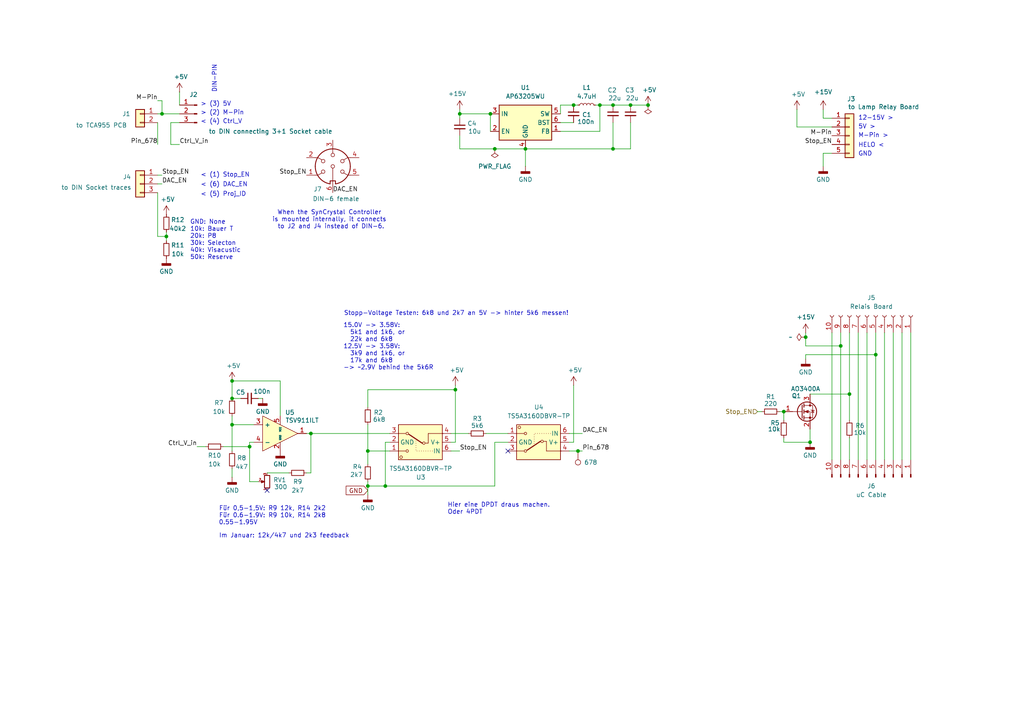
<source format=kicad_sch>
(kicad_sch (version 20231120) (generator "eeschema") (generator_version "8.0")
  (paper "A4")
  (title_block (title "SynCrystal Projector Board T610/T525") (date "2025-02-11") (rev "Rev.A") (company "filmkorn.org") (comment 1 "Friedemann Wachsmuth"))
  (lib_symbols
    (symbol "Connector:Conn_01x03_Pin" (pin_names (offset 1.016) hide)
      (property "Reference" "J" (at 0 5.08 0))
      (property "Value" "Conn_01x03_Pin" (at 0 -5.08 0))
      (symbol "Conn_01x03_Pin_1_1"
        (polyline (pts (xy 1.27 -2.54) (xy 0.8636 -2.54)) (stroke (width 0.1524)))
        (polyline (pts (xy 1.27 0) (xy 0.8636 0)) (stroke (width 0.1524)))
        (polyline (pts (xy 1.27 2.54) (xy 0.8636 2.54)) (stroke (width 0.1524)))
        (rectangle (start 0.8636 -2.413) (end 0 -2.667) (stroke (width 0.1524)) (fill (type outline)))
        (rectangle (start 0.8636 0.127) (end 0 -0.127) (stroke (width 0.1524)) (fill (type outline)))
        (rectangle (start 0.8636 2.667) (end 0 2.413) (stroke (width 0.1524)) (fill (type outline)))
        (pin passive line (at 5.08 2.54 180) (length 3.81) (name "Pin_1") (number "1"))
        (pin passive line (at 5.08 0 180) (length 3.81) (name "Pin_2") (number "2"))
        (pin passive line (at 5.08 -2.54 180) (length 3.81) (name "Pin_3") (number "3"))
      )
    )
    (symbol "Connector:Conn_01x10_Pin" (pin_names (offset 1.016) hide)
      (property "Reference" "J" (at 0 12.7 0))
      (property "Value" "Conn_01x10_Pin" (at 0 -15.24 0))
      (symbol "Conn_01x10_Pin_1_1"
        (polyline (pts (xy 1.27 -12.7) (xy 0.8636 -12.7)) (stroke (width 0.1524)))
        (polyline (pts (xy 1.27 -10.16) (xy 0.8636 -10.16)) (stroke (width 0.1524)))
        (polyline (pts (xy 1.27 -7.62) (xy 0.8636 -7.62)) (stroke (width 0.1524)))
        (polyline (pts (xy 1.27 -5.08) (xy 0.8636 -5.08)) (stroke (width 0.1524)))
        (polyline (pts (xy 1.27 -2.54) (xy 0.8636 -2.54)) (stroke (width 0.1524)))
        (polyline (pts (xy 1.27 0) (xy 0.8636 0)) (stroke (width 0.1524)))
        (polyline (pts (xy 1.27 2.54) (xy 0.8636 2.54)) (stroke (width 0.1524)))
        (polyline (pts (xy 1.27 5.08) (xy 0.8636 5.08)) (stroke (width 0.1524)))
        (polyline (pts (xy 1.27 7.62) (xy 0.8636 7.62)) (stroke (width 0.1524)))
        (polyline (pts (xy 1.27 10.16) (xy 0.8636 10.16)) (stroke (width 0.1524)))
        (rectangle (start 0.8636 -12.573) (end 0 -12.827) (stroke (width 0.1524)) (fill (type outline)))
        (rectangle (start 0.8636 -10.033) (end 0 -10.287) (stroke (width 0.1524)) (fill (type outline)))
        (rectangle (start 0.8636 -7.493) (end 0 -7.747) (stroke (width 0.1524)) (fill (type outline)))
        (rectangle (start 0.8636 -4.953) (end 0 -5.207) (stroke (width 0.1524)) (fill (type outline)))
        (rectangle (start 0.8636 -2.413) (end 0 -2.667) (stroke (width 0.1524)) (fill (type outline)))
        (rectangle (start 0.8636 0.127) (end 0 -0.127) (stroke (width 0.1524)) (fill (type outline)))
        (rectangle (start 0.8636 2.667) (end 0 2.413) (stroke (width 0.1524)) (fill (type outline)))
        (rectangle (start 0.8636 5.207) (end 0 4.953) (stroke (width 0.1524)) (fill (type outline)))
        (rectangle (start 0.8636 7.747) (end 0 7.493) (stroke (width 0.1524)) (fill (type outline)))
        (rectangle (start 0.8636 10.287) (end 0 10.033) (stroke (width 0.1524)) (fill (type outline)))
        (pin passive line (at 5.08 10.16 180) (length 3.81) (name "Pin_1") (number "1"))
        (pin passive line (at 5.08 -12.7 180) (length 3.81) (name "Pin_10") (number "10"))
        (pin passive line (at 5.08 7.62 180) (length 3.81) (name "Pin_2") (number "2"))
        (pin passive line (at 5.08 5.08 180) (length 3.81) (name "Pin_3") (number "3"))
        (pin passive line (at 5.08 2.54 180) (length 3.81) (name "Pin_4") (number "4"))
        (pin passive line (at 5.08 0 180) (length 3.81) (name "Pin_5") (number "5"))
        (pin passive line (at 5.08 -2.54 180) (length 3.81) (name "Pin_6") (number "6"))
        (pin passive line (at 5.08 -5.08 180) (length 3.81) (name "Pin_7") (number "7"))
        (pin passive line (at 5.08 -7.62 180) (length 3.81) (name "Pin_8") (number "8"))
        (pin passive line (at 5.08 -10.16 180) (length 3.81) (name "Pin_9") (number "9"))
      )
    )
    (symbol "Connector:Conn_01x10_Socket" (pin_names (offset 1.016) hide)
      (property "Reference" "J" (at 0 12.7 0))
      (property "Value" "Conn_01x10_Socket" (at 0 -15.24 0))
      (symbol "Conn_01x10_Socket_1_1"
        (arc (start 0 -12.192) (mid -0.5058 -12.7) (end 0 -13.208) (stroke (width 0.1524)))
        (arc (start 0 -9.652) (mid -0.5058 -10.16) (end 0 -10.668) (stroke (width 0.1524)))
        (arc (start 0 -7.112) (mid -0.5058 -7.62) (end 0 -8.128) (stroke (width 0.1524)))
        (arc (start 0 -4.572) (mid -0.5058 -5.08) (end 0 -5.588) (stroke (width 0.1524)))
        (arc (start 0 -2.032) (mid -0.5058 -2.54) (end 0 -3.048) (stroke (width 0.1524)))
        (polyline (pts (xy -1.27 -12.7) (xy -0.508 -12.7)) (stroke (width 0.1524)))
        (polyline (pts (xy -1.27 -10.16) (xy -0.508 -10.16)) (stroke (width 0.1524)))
        (polyline (pts (xy -1.27 -7.62) (xy -0.508 -7.62)) (stroke (width 0.1524)))
        (polyline (pts (xy -1.27 -5.08) (xy -0.508 -5.08)) (stroke (width 0.1524)))
        (polyline (pts (xy -1.27 -2.54) (xy -0.508 -2.54)) (stroke (width 0.1524)))
        (polyline (pts (xy -1.27 0) (xy -0.508 0)) (stroke (width 0.1524)))
        (polyline (pts (xy -1.27 2.54) (xy -0.508 2.54)) (stroke (width 0.1524)))
        (polyline (pts (xy -1.27 5.08) (xy -0.508 5.08)) (stroke (width 0.1524)))
        (polyline (pts (xy -1.27 7.62) (xy -0.508 7.62)) (stroke (width 0.1524)))
        (polyline (pts (xy -1.27 10.16) (xy -0.508 10.16)) (stroke (width 0.1524)))
        (arc (start 0 0.508) (mid -0.5058 0) (end 0 -0.508) (stroke (width 0.1524)))
        (arc (start 0 3.048) (mid -0.5058 2.54) (end 0 2.032) (stroke (width 0.1524)))
        (arc (start 0 5.588) (mid -0.5058 5.08) (end 0 4.572) (stroke (width 0.1524)))
        (arc (start 0 8.128) (mid -0.5058 7.62) (end 0 7.112) (stroke (width 0.1524)))
        (arc (start 0 10.668) (mid -0.5058 10.16) (end 0 9.652) (stroke (width 0.1524)))
        (pin passive line (at -5.08 10.16 0) (length 3.81) (name "Pin_1") (number "1"))
        (pin passive line (at -5.08 -12.7 0) (length 3.81) (name "Pin_10") (number "10"))
        (pin passive line (at -5.08 7.62 0) (length 3.81) (name "Pin_2") (number "2"))
        (pin passive line (at -5.08 5.08 0) (length 3.81) (name "Pin_3") (number "3"))
        (pin passive line (at -5.08 2.54 0) (length 3.81) (name "Pin_4") (number "4"))
        (pin passive line (at -5.08 0 0) (length 3.81) (name "Pin_5") (number "5"))
        (pin passive line (at -5.08 -2.54 0) (length 3.81) (name "Pin_6") (number "6"))
        (pin passive line (at -5.08 -5.08 0) (length 3.81) (name "Pin_7") (number "7"))
        (pin passive line (at -5.08 -7.62 0) (length 3.81) (name "Pin_8") (number "8"))
        (pin passive line (at -5.08 -10.16 0) (length 3.81) (name "Pin_9") (number "9"))
      )
    )
    (symbol "Connector:DIN-6" (pin_names (offset 1.016))
      (property "Reference" "J" (at 3.175 5.715 0))
      (property "Value" "DIN-6" (at 4.445 -4.445 0))
      (symbol "DIN-6_0_1"
        (arc (start -5.08 0) (mid -3.8609 -3.3364) (end -0.762 -5.08) (stroke (width 0.254)))
        (circle (center -2.794 -1.524) (radius 0.508))
        (circle (center -2.794 1.524) (radius 0.508))
        (polyline (pts (xy 0 -5.08) (xy 0 -0.508)))
        (polyline (pts (xy 0 5.08) (xy 0 3.81)))
        (polyline (pts (xy -5.08 -2.54) (xy -4.318 -2.54) (xy -3.175 -1.905)))
        (polyline (pts (xy -5.08 2.54) (xy -4.318 2.54) (xy -3.175 1.905)))
        (polyline (pts (xy 5.08 -2.54) (xy 4.318 -2.54) (xy 3.175 -1.905)))
        (polyline (pts (xy 5.08 2.54) (xy 4.318 2.54) (xy 3.175 1.905)))
        (polyline (pts (xy -0.762 -4.953) (xy -0.762 -4.191) (xy 0.762 -4.191) (xy 0.762 -4.953)) (stroke (width 0.254)))
        (circle (center 0 0) (radius 0.508))
        (circle (center 0 3.302) (radius 0.508))
        (arc (start 0.762 -5.08) (mid 3.8685 -3.343) (end 5.08 0) (stroke (width 0.254)))
        (circle (center 2.794 -1.524) (radius 0.508))
        (circle (center 2.794 1.524) (radius 0.508))
        (arc (start 5.08 0) (mid 0 5.0579) (end -5.08 0) (stroke (width 0.254)))
      )
      (symbol "DIN-6_1_1"
        (pin passive line (at -7.62 -2.54 0) (length 2.54) (name "~") (number "1"))
        (pin passive line (at -7.62 2.54 0) (length 2.54) (name "~") (number "2"))
        (pin passive line (at 0 7.62 270) (length 2.54) (name "~") (number "3"))
        (pin passive line (at 7.62 2.54 180) (length 2.54) (name "~") (number "4"))
        (pin passive line (at 7.62 -2.54 180) (length 2.54) (name "~") (number "5"))
        (pin passive line (at 0 -7.62 90) (length 2.54) (name "~") (number "6"))
      )
    )
    (symbol "Connector_Generic:Conn_01x02" (pin_names (offset 1.016) hide)
      (property "Reference" "J" (at 0 2.54 0))
      (property "Value" "Conn_01x02" (at 0 -5.08 0))
      (symbol "Conn_01x02_1_1"
        (rectangle (start -1.27 -2.413) (end 0 -2.667) (stroke (width 0.1524)))
        (rectangle (start -1.27 0.127) (end 0 -0.127) (stroke (width 0.1524)))
        (rectangle (start -1.27 1.27) (end 1.27 -3.81) (stroke (width 0.254)) (fill (type background)))
        (pin passive line (at -5.08 0 0) (length 3.81) (name "Pin_1") (number "1"))
        (pin passive line (at -5.08 -2.54 0) (length 3.81) (name "Pin_2") (number "2"))
      )
    )
    (symbol "Connector_Generic:Conn_01x03" (pin_names (offset 1.016) hide)
      (property "Reference" "J" (at 0 5.08 0))
      (property "Value" "Conn_01x03" (at 0 -5.08 0))
      (symbol "Conn_01x03_1_1"
        (rectangle (start -1.27 -2.413) (end 0 -2.667) (stroke (width 0.1524)))
        (rectangle (start -1.27 0.127) (end 0 -0.127) (stroke (width 0.1524)))
        (rectangle (start -1.27 2.667) (end 0 2.413) (stroke (width 0.1524)))
        (rectangle (start -1.27 3.81) (end 1.27 -3.81) (stroke (width 0.254)) (fill (type background)))
        (pin passive line (at -5.08 2.54 0) (length 3.81) (name "Pin_1") (number "1"))
        (pin passive line (at -5.08 0 0) (length 3.81) (name "Pin_2") (number "2"))
        (pin passive line (at -5.08 -2.54 0) (length 3.81) (name "Pin_3") (number "3"))
      )
    )
    (symbol "Connector_Generic:Conn_01x05" (pin_names (offset 1.016) hide)
      (property "Reference" "J" (at 0 7.62 0))
      (property "Value" "Conn_01x05" (at 0 -7.62 0))
      (symbol "Conn_01x05_1_1"
        (rectangle (start -1.27 -4.953) (end 0 -5.207) (stroke (width 0.1524)))
        (rectangle (start -1.27 -2.413) (end 0 -2.667) (stroke (width 0.1524)))
        (rectangle (start -1.27 0.127) (end 0 -0.127) (stroke (width 0.1524)))
        (rectangle (start -1.27 2.667) (end 0 2.413) (stroke (width 0.1524)))
        (rectangle (start -1.27 5.207) (end 0 4.953) (stroke (width 0.1524)))
        (rectangle (start -1.27 6.35) (end 1.27 -6.35) (stroke (width 0.254)) (fill (type background)))
        (pin passive line (at -5.08 5.08 0) (length 3.81) (name "Pin_1") (number "1"))
        (pin passive line (at -5.08 2.54 0) (length 3.81) (name "Pin_2") (number "2"))
        (pin passive line (at -5.08 0 0) (length 3.81) (name "Pin_3") (number "3"))
        (pin passive line (at -5.08 -2.54 0) (length 3.81) (name "Pin_4") (number "4"))
        (pin passive line (at -5.08 -5.08 0) (length 3.81) (name "Pin_5") (number "5"))
      )
    )
    (symbol "Device:C_Small" (pin_numbers hide) (pin_names (offset 0.254) hide)
      (property "Reference" "C" (at 0.254 1.778 0))
      (property "Value" "C_Small" (at 0.254 -2.032 0))
      (symbol "C_Small_0_1"
        (polyline (pts (xy -1.524 -0.508) (xy 1.524 -0.508)) (stroke (width 0.3302)))
        (polyline (pts (xy -1.524 0.508) (xy 1.524 0.508)) (stroke (width 0.3048)))
      )
      (symbol "C_Small_1_1"
        (pin passive line (at 0 2.54 270) (length 2.032) (name "~") (number "1"))
        (pin passive line (at 0 -2.54 90) (length 2.032) (name "~") (number "2"))
      )
    )
    (symbol "Device:L_Small" (pin_numbers hide) (pin_names (offset 0.254) hide)
      (property "Reference" "L" (at 0.762 1.016 0))
      (property "Value" "L_Small" (at 0.762 -1.016 0))
      (symbol "L_Small_0_1"
        (arc (start 0 -2.032) (mid 0.5058 -1.524) (end 0 -1.016))
        (arc (start 0 -1.016) (mid 0.5058 -0.508) (end 0 0))
        (arc (start 0 0) (mid 0.5058 0.508) (end 0 1.016))
        (arc (start 0 1.016) (mid 0.5058 1.524) (end 0 2.032))
      )
      (symbol "L_Small_1_1"
        (pin passive line (at 0 2.54 270) (length 0.508) (name "~") (number "1"))
        (pin passive line (at 0 -2.54 90) (length 0.508) (name "~") (number "2"))
      )
    )
    (symbol "Device:R_Potentiometer_Small" (pin_names (offset 1.016) hide)
      (property "Reference" "RV" (at -4.445 0 90))
      (property "Value" "R_Potentiometer_Small" (at -2.54 0 90))
      (symbol "R_Potentiometer_Small_0_1"
        (polyline (pts (xy 0.889 0) (xy 0.635 0) (xy 1.651 0.381) (xy 1.651 -0.381) (xy 0.635 0) (xy 0.889 0)) (fill (type outline)))
        (rectangle (start 0.762 1.8034) (end -0.762 -1.8034) (stroke (width 0.254)))
      )
      (symbol "R_Potentiometer_Small_1_1"
        (pin passive line (at 0 2.54 270) (length 0.635) (name "1") (number "1"))
        (pin passive line (at 2.54 0 180) (length 0.9906) (name "2") (number "2"))
        (pin passive line (at 0 -2.54 90) (length 0.635) (name "3") (number "3"))
      )
    )
    (symbol "Device:R_Small" (pin_numbers hide) (pin_names (offset 0.254) hide)
      (property "Reference" "R" (at 0.762 0.508 0))
      (property "Value" "R_Small" (at 0.762 -1.016 0))
      (symbol "R_Small_0_1"
        (rectangle (start -0.762 1.778) (end 0.762 -1.778) (stroke (width 0.2032)))
      )
      (symbol "R_Small_1_1"
        (pin passive line (at 0 2.54 270) (length 0.762) (name "~") (number "1"))
        (pin passive line (at 0 -2.54 90) (length 0.762) (name "~") (number "2"))
      )
    )
    (symbol "Peacemans Teile:TestPoint_named" (pin_numbers hide) (pin_names (offset 0.762) hide)
      (symbol "TestPoint_named_0_1"
        (circle (center 0 3.302) (radius 0.762))
      )
      (symbol "TestPoint_named_1_1"
        (pin passive line (at 0 0 90) (length 2.54) (name "1") (number "1"))
      )
    )
    (symbol "Regulator_Switching:AP63205WU"
      (property "Reference" "U" (at -7.62 6.35 0))
      (property "Value" "AP63205WU" (at 2.54 6.35 0))
      (symbol "AP63205WU_0_1"
        (rectangle (start -7.62 5.08) (end 7.62 -5.08) (stroke (width 0.254)) (fill (type background)))
      )
      (symbol "AP63205WU_1_1"
        (pin input line (at 10.16 -2.54 180) (length 2.54) (name "FB") (number "1"))
        (pin input line (at -10.16 -2.54 0) (length 2.54) (name "EN") (number "2"))
        (pin power_in line (at -10.16 2.54 0) (length 2.54) (name "IN") (number "3"))
        (pin power_in line (at 0 -7.62 90) (length 2.54) (name "GND") (number "4"))
        (pin output line (at 10.16 2.54 180) (length 2.54) (name "SW") (number "5"))
        (pin passive line (at 10.16 0 180) (length 2.54) (name "BST") (number "6"))
      )
    )
    (symbol "Transistor_FET:AO3400A" (pin_names hide)
      (property "Reference" "Q" (at 5.08 1.905 0))
      (property "Value" "AO3400A" (at 5.08 0 0))
      (symbol "AO3400A_0_1"
        (polyline (pts (xy 0.254 0) (xy -2.54 0)))
        (polyline (pts (xy 0.254 1.905) (xy 0.254 -1.905)) (stroke (width 0.254)))
        (polyline (pts (xy 0.762 -1.27) (xy 0.762 -2.286)) (stroke (width 0.254)))
        (polyline (pts (xy 0.762 0.508) (xy 0.762 -0.508)) (stroke (width 0.254)))
        (polyline (pts (xy 0.762 2.286) (xy 0.762 1.27)) (stroke (width 0.254)))
        (polyline (pts (xy 2.54 2.54) (xy 2.54 1.778)))
        (polyline (pts (xy 2.54 -2.54) (xy 2.54 0) (xy 0.762 0)))
        (polyline (pts (xy 0.762 -1.778) (xy 3.302 -1.778) (xy 3.302 1.778) (xy 0.762 1.778)))
        (polyline (pts (xy 1.016 0) (xy 2.032 0.381) (xy 2.032 -0.381) (xy 1.016 0)) (fill (type outline)))
        (polyline (pts (xy 2.794 0.508) (xy 2.921 0.381) (xy 3.683 0.381) (xy 3.81 0.254)))
        (polyline (pts (xy 3.302 0.381) (xy 2.921 -0.254) (xy 3.683 -0.254) (xy 3.302 0.381)))
        (circle (center 1.651 0) (radius 2.794) (stroke (width 0.254)))
        (circle (center 2.54 -1.778) (radius 0.254) (fill (type outline)))
        (circle (center 2.54 1.778) (radius 0.254) (fill (type outline)))
      )
      (symbol "AO3400A_1_1"
        (pin input line (at -5.08 0 0) (length 2.54) (name "G") (number "1"))
        (pin passive line (at 2.54 -5.08 90) (length 2.54) (name "S") (number "2"))
        (pin passive line (at 2.54 5.08 270) (length 2.54) (name "D") (number "3"))
      )
    )
    (symbol "easyEDA:TS5A3160DBVR-TP_nicer"
      (property "Reference" "U" (at 0 7.62 0))
      (property "Value" "TS5A3160DBVR-TP" (at 1.27 -7.62 0))
      (symbol "TS5A3160DBVR-TP_nicer_0_1"
        (circle (center -5.588 4.318) (radius 0.38))
        (pin power_in line (at -8.89 0 0) (length 2.54) (name "GND") (number "2"))
        (pin power_in line (at 8.89 0 180) (length 2.54) (name "V+") (number "5"))
        (pin input line (at 8.89 2.54 180) (length 2.54) (name "IN") (number "6"))
      )
      (symbol "TS5A3160DBVR-TP_nicer_1_1"
        (rectangle (start -6.35 5.08) (end 6.35 -5.08) (stroke (width 0.2)) (fill (type background)))
        (circle (center -3.81 -2.54) (radius 0.3592))
        (circle (center -3.81 2.54) (radius 0.3592))
        (polyline (pts (xy -6.35 -2.54) (xy -4.318 -2.54)))
        (polyline (pts (xy -6.35 2.54) (xy -4.318 2.54)))
        (polyline (pts (xy 0.508 0.254) (xy -3.302 -2.286)) (stroke (width 0.3)))
        (polyline (pts (xy 2.286 -2.54) (xy 2.286 0.254)))
        (polyline (pts (xy 2.286 0.254) (xy 1.524 0.254)))
        (polyline (pts (xy 6.604 -2.54) (xy 2.286 -2.54)))
        (polyline (pts (xy -1.27 -1.016) (xy -1.27 2.54) (xy 3.81 2.54)) (stroke (width 0) (type dot)))
        (circle (center 1.016 0.254) (radius 0.3592))
        (pin bidirectional line (at -8.89 2.54 0) (length 2.54) (name "") (number "1"))
        (pin bidirectional line (at -8.89 -2.54 0) (length 2.54) (name "") (number "3"))
        (pin bidirectional line (at 8.89 -2.54 180) (length 2.54) (name "") (number "4"))
      )
    )
    (symbol "easyEDA:TSV911ILT"
      (property "Reference" "U" (at 0 15.24 0))
      (property "Value" "TSV911ILT" (at -1.27 -8.89 0))
      (symbol "TSV911ILT_0_1"
        (polyline (pts (xy -5.08 -5.08) (xy 5.08 0) (xy -5.08 5.08) (xy -5.08 -5.08)) (fill (type background)))
        (pin output line (at 7.62 0 180) (length 2.54) (name "~") (number "1"))
        (pin input line (at -7.62 2.54 0) (length 2.54) (name "+") (number "3"))
        (pin input line (at -7.62 -2.54 0) (length 2.54) (name "-") (number "4"))
      )
      (symbol "TSV911ILT_1_1"
        (pin power_in line (at 0 -5.08 90) (length 2.54) (name "GND") (number "2"))
        (pin power_in line (at 0 5.08 270) (length 2.54) (name "VCC") (number "5"))
      )
    )
    (symbol "power:+15V" (power) (pin_numbers hide) (pin_names (offset 0) hide)
      (property "Value" "+15V" (at 0 3.556 0))
      (symbol "+15V_0_1"
        (polyline (pts (xy -0.762 1.27) (xy 0 2.54)))
        (polyline (pts (xy 0 0) (xy 0 2.54)))
        (polyline (pts (xy 0 2.54) (xy 0.762 1.27)))
      )
      (symbol "+15V_1_1"
        (pin power_in line (at 0 0 90) (length 0) (name "~") (number "1"))
      )
    )
    (symbol "power:+5V" (power) (pin_numbers hide) (pin_names (offset 0) hide)
      (property "Value" "+5V" (at 0 3.556 0))
      (symbol "+5V_0_1"
        (polyline (pts (xy -0.762 1.27) (xy 0 2.54)))
        (polyline (pts (xy 0 0) (xy 0 2.54)))
        (polyline (pts (xy 0 2.54) (xy 0.762 1.27)))
      )
      (symbol "+5V_1_1"
        (pin power_in line (at 0 0 90) (length 0) (name "~") (number "1"))
      )
    )
    (symbol "power:GNDD" (power) (pin_numbers hide) (pin_names (offset 0) hide)
      (property "Value" "GNDD" (at 0 -3.175 0))
      (symbol "GNDD_0_1"
        (rectangle (start -1.27 -1.524) (end 1.27 -2.032) (stroke (width 0.254)) (fill (type outline)))
        (polyline (pts (xy 0 0) (xy 0 -1.524)))
      )
      (symbol "GNDD_1_1"
        (pin power_in line (at 0 0 270) (length 0) (name "~") (number "1"))
      )
    )
    (symbol "power:PWR_FLAG" (power) (pin_numbers hide) (pin_names (offset 0) hide)
      (property "Value" "PWR_FLAG" (at 0 3.81 0))
      (symbol "PWR_FLAG_0_0"
        (pin power_out line (at 0 0 90) (length 0) (name "~") (number "1"))
      )
      (symbol "PWR_FLAG_0_1"
        (polyline (pts (xy 0 0) (xy 0 1.27) (xy -1.016 1.905) (xy 0 2.54) (xy 1.016 1.905) (xy 0 1.27)))
      )
    )
  )
  (junction (at 106.68 130.81))
  (junction (at 246.38 114.3))
  (junction (at 173.99 30.48))
  (junction (at 111.76 140.97))
  (junction (at 46.99 33.02))
  (junction (at 166.37 30.48))
  (junction (at 67.31 123.19))
  (junction (at 106.68 140.97))
  (junction (at 142.24 33.02))
  (junction (at 233.68 97.79))
  (junction (at 177.8 30.48))
  (junction (at 72.39 129.54))
  (junction (at 48.26 68.58))
  (junction (at 90.17 125.73))
  (junction (at 67.31 110.49))
  (junction (at 187.96 30.48))
  (junction (at 177.8 43.18))
  (junction (at 182.88 30.48))
  (junction (at 254 102.87))
  (junction (at 67.31 115.57))
  (junction (at 167.64 130.81))
  (junction (at 152.4 43.18))
  (junction (at 243.84 100.33))
  (junction (at 143.51 43.18))
  (junction (at 234.95 128.27))
  (junction (at 132.08 113.03))
  (junction (at 227.33 119.38))
  (junction (at 133.35 33.02))
  (no_connect (at 77.47 142.24))
  (no_connect (at 147.32 130.81))
  (wire (pts (xy 90.17 125.73) (xy 88.9 125.73)))
  (wire (pts (xy 246.38 114.3) (xy 246.38 121.92)))
  (wire (pts (xy 254 102.87) (xy 254 133.35)))
  (wire (pts (xy 172.72 30.48) (xy 173.99 30.48)))
  (wire (pts (xy 46.99 33.02) (xy 52.07 33.02)))
  (wire (pts (xy 226.06 119.38) (xy 227.33 119.38)))
  (wire (pts (xy 166.37 30.48) (xy 167.64 30.48)))
  (wire (pts (xy 233.68 102.87) (xy 254 102.87)))
  (wire (pts (xy 132.08 111.76) (xy 132.08 113.03)))
  (wire (pts (xy 246.38 127) (xy 246.38 133.35)))
  (wire (pts (xy 45.72 68.58) (xy 48.26 68.58)))
  (wire (pts (xy 72.39 129.54) (xy 72.39 128.27)))
  (wire (pts (xy 106.68 123.19) (xy 106.68 130.81)))
  (wire (pts (xy 130.81 130.81) (xy 133.35 130.81)))
  (wire (pts (xy 73.66 123.19) (xy 67.31 123.19)))
  (wire (pts (xy 72.39 128.27) (xy 73.66 128.27)))
  (wire (pts (xy 67.31 110.49) (xy 67.31 115.57)))
  (wire (pts (xy 81.28 110.49) (xy 67.31 110.49)))
  (wire (pts (xy 106.68 143.51) (xy 106.68 140.97)))
  (wire (pts (xy 152.4 43.18) (xy 152.4 48.26)))
  (wire (pts (xy 46.99 50.8) (xy 45.72 50.8)))
  (wire (pts (xy 231.14 36.83) (xy 241.3 36.83)))
  (wire (pts (xy 130.81 125.73) (xy 135.89 125.73)))
  (wire (pts (xy 259.08 96.52) (xy 259.08 133.35)))
  (wire (pts (xy 106.68 140.97) (xy 111.76 140.97)))
  (wire (pts (xy 52.07 41.91) (xy 49.53 41.91)))
  (wire (pts (xy 182.88 30.48) (xy 187.96 30.48)))
  (wire (pts (xy 106.68 130.81) (xy 106.68 134.62)))
  (wire (pts (xy 227.33 119.38) (xy 227.33 121.92)))
  (wire (pts (xy 133.35 43.18) (xy 143.51 43.18)))
  (wire (pts (xy 132.08 113.03) (xy 106.68 113.03)))
  (wire (pts (xy 143.51 128.27) (xy 143.51 140.97)))
  (wire (pts (xy 67.31 123.19) (xy 67.31 130.81)))
  (wire (pts (xy 248.92 96.52) (xy 248.92 133.35)))
  (wire (pts (xy 142.24 33.02) (xy 142.24 38.1)))
  (wire (pts (xy 233.68 100.33) (xy 243.84 100.33)))
  (wire (pts (xy 177.8 30.48) (xy 182.88 30.48)))
  (wire (pts (xy 238.76 31.75) (xy 238.76 34.29)))
  (wire (pts (xy 106.68 130.81) (xy 113.03 130.81)))
  (wire (pts (xy 72.39 139.7) (xy 74.93 139.7)))
  (wire (pts (xy 133.35 33.02) (xy 133.35 34.29)))
  (wire (pts (xy 45.72 35.56) (xy 45.72 41.91)))
  (wire (pts (xy 49.53 41.91) (xy 49.53 35.56)))
  (wire (pts (xy 227.33 128.27) (xy 227.33 127)))
  (wire (pts (xy 233.68 96.52) (xy 233.68 97.79)))
  (wire (pts (xy 166.37 111.76) (xy 166.37 128.27)))
  (wire (pts (xy 162.56 35.56) (xy 166.37 35.56)))
  (wire (pts (xy 52.07 30.48) (xy 52.07 26.67)))
  (wire (pts (xy 143.51 43.18) (xy 152.4 43.18)))
  (wire (pts (xy 77.47 137.16) (xy 83.82 137.16)))
  (wire (pts (xy 147.32 128.27) (xy 143.51 128.27)))
  (wire (pts (xy 72.39 139.7) (xy 72.39 129.54)))
  (wire (pts (xy 90.17 125.73) (xy 113.03 125.73)))
  (wire (pts (xy 57.15 129.54) (xy 59.69 129.54)))
  (wire (pts (xy 133.35 39.37) (xy 133.35 43.18)))
  (wire (pts (xy 162.56 33.02) (xy 162.56 30.48)))
  (wire (pts (xy 219.71 119.38) (xy 220.98 119.38)))
  (wire (pts (xy 132.08 113.03) (xy 132.08 128.27)))
  (wire (pts (xy 67.31 115.57) (xy 69.85 115.57)))
  (wire (pts (xy 74.93 115.57) (xy 76.2 115.57)))
  (wire (pts (xy 132.08 128.27) (xy 130.81 128.27)))
  (wire (pts (xy 46.99 53.34) (xy 45.72 53.34)))
  (wire (pts (xy 173.99 38.1) (xy 162.56 38.1)))
  (wire (pts (xy 168.91 130.81) (xy 167.64 130.81)))
  (wire (pts (xy 166.37 128.27) (xy 165.1 128.27)))
  (wire (pts (xy 238.76 44.45) (xy 241.3 44.45)))
  (wire (pts (xy 182.88 43.18) (xy 182.88 35.56)))
  (wire (pts (xy 133.35 33.02) (xy 142.24 33.02)))
  (wire (pts (xy 143.51 140.97) (xy 111.76 140.97)))
  (wire (pts (xy 48.26 68.58) (xy 48.26 67.31)))
  (wire (pts (xy 45.72 55.88) (xy 45.72 68.58)))
  (wire (pts (xy 231.14 31.75) (xy 231.14 36.83)))
  (wire (pts (xy 111.76 128.27) (xy 111.76 140.97)))
  (wire (pts (xy 90.17 137.16) (xy 90.17 125.73)))
  (wire (pts (xy 162.56 30.48) (xy 166.37 30.48)))
  (wire (pts (xy 165.1 125.73) (xy 168.91 125.73)))
  (wire (pts (xy 106.68 113.03) (xy 106.68 118.11)))
  (wire (pts (xy 177.8 43.18) (xy 182.88 43.18)))
  (wire (pts (xy 67.31 135.89) (xy 67.31 138.43)))
  (wire (pts (xy 251.46 96.52) (xy 251.46 133.35)))
  (wire (pts (xy 133.35 31.75) (xy 133.35 33.02)))
  (wire (pts (xy 264.16 96.52) (xy 264.16 133.35)))
  (wire (pts (xy 243.84 100.33) (xy 243.84 133.35)))
  (wire (pts (xy 233.68 102.87) (xy 233.68 104.14)))
  (wire (pts (xy 233.68 97.79) (xy 233.68 100.33)))
  (wire (pts (xy 167.64 130.81) (xy 165.1 130.81)))
  (wire (pts (xy 243.84 100.33) (xy 243.84 96.52)))
  (wire (pts (xy 67.31 120.65) (xy 67.31 123.19)))
  (wire (pts (xy 234.95 128.27) (xy 227.33 128.27)))
  (wire (pts (xy 256.54 96.52) (xy 256.54 133.35)))
  (wire (pts (xy 152.4 43.18) (xy 177.8 43.18)))
  (wire (pts (xy 234.95 124.46) (xy 234.95 128.27)))
  (wire (pts (xy 64.77 129.54) (xy 72.39 129.54)))
  (wire (pts (xy 45.72 29.21) (xy 46.99 29.21)))
  (wire (pts (xy 234.95 114.3) (xy 246.38 114.3)))
  (wire (pts (xy 140.97 125.73) (xy 147.32 125.73)))
  (wire (pts (xy 48.26 69.85) (xy 48.26 68.58)))
  (wire (pts (xy 261.62 96.52) (xy 261.62 133.35)))
  (wire (pts (xy 177.8 43.18) (xy 177.8 35.56)))
  (wire (pts (xy 246.38 96.52) (xy 246.38 114.3)))
  (wire (pts (xy 49.53 35.56) (xy 52.07 35.56)))
  (wire (pts (xy 238.76 34.29) (xy 241.3 34.29)))
  (wire (pts (xy 106.68 139.7) (xy 106.68 140.97)))
  (wire (pts (xy 254 102.87) (xy 254 96.52)))
  (wire (pts (xy 241.3 96.52) (xy 241.3 133.35)))
  (wire (pts (xy 113.03 128.27) (xy 111.76 128.27)))
  (wire (pts (xy 88.9 137.16) (xy 90.17 137.16)))
  (wire (pts (xy 46.99 29.21) (xy 46.99 33.02)))
  (wire (pts (xy 173.99 30.48) (xy 173.99 38.1)))
  (wire (pts (xy 173.99 30.48) (xy 177.8 30.48)))
  (wire (pts (xy 238.76 48.26) (xy 238.76 44.45)))
  (wire (pts (xy 45.72 33.02) (xy 46.99 33.02)))
  (wire (pts (xy 81.28 120.65) (xy 81.28 110.49)))
  (text "Hier eine DPDT draus machen. \nOder 4PDT" (at 129.794 147.574 0) (effects (font (size 1.27 1.27)) (justify left)))
  (text "5V >" (at 248.92 36.83 0) (effects (font (size 1.27 1.27)) (justify left)))
  (text "0.55-1.95V" (at 69.088 151.638 0) (effects (font (size 1.27 1.27))))
  (text "M-Pin >" (at 248.92 39.37 0) (effects (font (size 1.27 1.27)) (justify left)))
  (text "Für 0,5-1,5V: R9 12k, R14 2k2\nFür 0.6-1.9V: R9 10k, R14 2k8" (at 63.5 148.59 0) (effects (font (size 1.27 1.27)) (justify left)))
  (text "HELO <" (at 248.92 42.164 0) (effects (font (size 1.27 1.27)) (justify left)))
  (text "When the SynCrystal Controller \nis mounted internally, it connects \nto J2 and J4 instead of DIN-6." (at 96.012 63.754 0) (effects (font (size 1.27 1.27))))
  (text "> (3) 5V" (at 58.166 30.226 0) (effects (font (size 1.27 1.27)) (justify left)))
  (text "< (6) DAC_EN" (at 58.166 53.594 0) (effects (font (size 1.27 1.27)) (justify left)))
  (text "Im Januar: 12k/4k7 und 2k3 feedback" (at 63.5 155.448 0) (effects (font (size 1.27 1.27)) (justify left)))
  (text "> (2) M-Pin" (at 58.166 32.766 0) (effects (font (size 1.27 1.27)) (justify left)))
  (text "DIN-PIN" (at 62.23 26.924 90) (effects (font (size 1.27 1.27)) (justify left)))
  (text "GND: None\n10k: Bauer T\n20k: P8\n30k: Selecton\n40k: Visacustic\n50k: Reserve" (at 55.118 69.596 0) (effects (font (size 1.27 1.27)) (justify left)))
  (text "< (5) Proj_ID" (at 58.166 56.388 0) (effects (font (size 1.27 1.27)) (justify left)))
  (text "< (4) Ctrl_V" (at 58.166 35.306 0) (effects (font (size 1.27 1.27)) (justify left)))
  (text "15.0V -> 3.58V: \n  5k1 and 1k6, or \n  22k and 6k8\n12.5V -> 3.58V: \n  3k9 and 1k6, or \n  17k and 6k8\n-> ~2.9V behind the 5k6R" (at 99.568 100.584 0) (effects (font (size 1.27 1.27)) (justify left)))
  (text "< (1) Stop_EN" (at 58.166 50.8 0) (effects (font (size 1.27 1.27)) (justify left)))
  (text "GND" (at 252.984 44.704 0) (effects (font (size 1.27 1.27)) (justify right)))
  (text "12-15V >" (at 248.92 34.29 0) (effects (font (size 1.27 1.27)) (justify left)))
  (text "Stopp-Voltage Testen: 6k8 und 2k7 an 5V -> hinter 5k6 messen!" (at 132.334 90.932 0) (effects (font (size 1.27 1.27))))
  (label "Stop_EN" (at 88.9 50.8 180))
  (label "Stop_EN" (at 133.35 130.81 0))
  (label "Pin_678" (at 45.72 41.91 180))
  (label "Stop_EN" (at 241.3 41.91 180))
  (label "DAC_EN" (at 96.52 55.88 0))
  (label "Ctrl_V_in" (at 52.07 41.91 0))
  (label "DAC_EN" (at 46.99 53.34 0))
  (label "DAC_EN" (at 168.91 125.73 0))
  (label "Ctrl_V_in" (at 57.15 129.54 180))
  (label "M-Pin" (at 45.72 29.21 180))
  (label "Stop_EN" (at 46.99 50.8 0))
  (label "M-Pin" (at 241.3 39.37 180))
  (label "Pin_678" (at 168.91 130.81 0))
  (global_label "GND" (shape input) (at 106.68 142.24 180) (property "Intersheetrefs" "${INTERSHEET_REFS}" (effects (hide yes))))
  (hierarchical_label "Stop_EN" (shape input) (at 219.71 119.38 180))
  (symbol (lib_id "power:GNDD") (at 152.4 48.26 0) (unit 1)
    (property "Reference" "#PWR06" (effects (hide yes)))
    (property "Value" "GND" (at 152.4 52.07 0))
    (property "Description" "Power symbol creates a global label with name \"GNDD\" , digital ground" (effects (hide yes)))
  )
  (symbol (lib_id "power:GNDD") (at 48.26 74.93 0) (unit 1)
    (property "Reference" "#PWR012" (effects (hide yes)))
    (property "Value" "GND" (at 48.26 78.74 0))
    (property "Description" "Power symbol creates a global label with name \"GNDD\" , digital ground" (effects (hide yes)))
  )
  (symbol (lib_id "power:GNDD") (at 238.76 48.26 0) (unit 1)
    (property "Reference" "#PWR07" (effects (hide yes)))
    (property "Value" "GND" (at 238.76 52.07 0))
    (property "Description" "Power symbol creates a global label with name \"GNDD\" , digital ground" (effects (hide yes)))
  )
  (symbol (lib_id "power:+15V") (at 238.76 31.75 0) (unit 1)
    (property "Reference" "#PWR05" (effects (hide yes)))
    (property "Value" "+15V" (at 238.76 26.67 0))
    (property "Description" "Power symbol creates a global label with name \"+15V\"" (effects (hide yes)))
  )
  (symbol (lib_id "power:+5V") (at 231.14 31.75 0) (unit 1)
    (property "Reference" "#PWR04" (effects (hide yes)))
    (property "Value" "+5V" (at 231.521 27.3558 0))
    (property "Description" "Power symbol creates a global label with name \"+5V\"" (effects (hide yes)))
  )
  (symbol (lib_id "Connector:Conn_01x03_Pin") (at 57.15 33.02 0) (mirror y) (unit 1)
    (property "Reference" "J2" (at 56.134 27.432 0))
    (property "Value" "to DIN connecting 3+1 Socket cable" (at 78.486 38.1 0))
    (property "Footprint" "Peacemans Teile:PinHeader_1x03_P2.54mm_Vertical_BAUER" (effects (hide yes)))
    (property "Datasheet" "https://www.lcsc.com/datasheet/lcsc_datasheet_2411272110_MAX-MX128-2-54-03P-GN01-Cu-Y-A_C5188443.pdf" (effects (hide yes)))
    (property "Description" "Generic connector, single row, 01x03, script generated" (effects (hide yes)))
    (property "LCSC" "C5188443" (effects (hide yes)))
  )
  (symbol (lib_id "power:PWR_FLAG") (at 187.96 30.48 180) (unit 1)
    (property "Reference" "#FLG01" (effects (hide yes)))
    (property "Value" "PWR_FLAG" (effects (hide yes)))
    (property "Description" "Special symbol for telling ERC where power comes from" (effects (hide yes)))
  )
  (symbol (lib_id "Device:R_Small") (at 86.36 137.16 270) (unit 1)
    (property "Reference" "R9" (at 86.36 139.7 90))
    (property "Value" "2k7" (at 86.36 142.24 90))
    (property "Footprint" "Resistor_SMD:R_0603_1608Metric" (effects (hide yes)))
    (property "LCSC" "C13167" (effects (hide yes)))
  )
  (symbol (lib_id "Device:R_Small") (at 223.52 119.38 90) (unit 1)
    (property "Reference" "R1" (at 223.52 115.062 90))
    (property "Value" "220" (at 223.52 117.094 90))
    (property "Footprint" "Resistor_SMD:R_0603_1608Metric" (effects (hide yes)))
  )
  (symbol (lib_id "Device:R_Small") (at 67.31 118.11 180) (unit 1)
    (property "Reference" "R7" (at 63.5 116.84 0))
    (property "Value" "10k" (at 63.5 119.38 0))
    (property "Footprint" "Resistor_SMD:R_0603_1608Metric" (effects (hide yes)))
    (property "LCSC" "C25804" (effects (hide yes)))
  )
  (symbol (lib_id "easyEDA:TS5A3160DBVR-TP_nicer") (at 121.92 128.27 0) (mirror x) (unit 1)
    (property "Reference" "U3" (at 122.047 138.43 0))
    (property "Value" "TS5A3160DBVR-TP" (at 122.047 135.89 0))
    (property "Footprint" "easyEDA:SOT-23-6_L2.9-W1.6-P0.95-LS2.8-BR" (effects (hide yes)))
    (property "Datasheet" "https://www.lcsc.com/datasheet/lcsc_datasheet_2412301609_TECH-PUBLIC-TS5A3160DBVR-TP_C42411033.pdf" (effects (hide yes)))
    (property "LCSC" "C42411033" (effects (hide yes)))
  )
  (symbol (lib_id "Device:C_Small") (at 177.8 33.02 0) (unit 1)
    (property "Reference" "C2" (at 177.546 26.162 0))
    (property "Value" "22u" (at 178.308 28.448 0))
    (property "Footprint" "Capacitor_SMD:C_0603_1608Metric" (effects (hide yes)))
    (property "LCSC" "C45783" (effects (hide yes)))
  )
  (symbol (lib_id "power:GNDD") (at 233.68 104.14 0) (unit 1)
    (property "Reference" "#PWR010" (effects (hide yes)))
    (property "Value" "GND" (at 233.68 107.95 0))
    (property "Description" "Power symbol creates a global label with name \"GNDD\" , digital ground" (effects (hide yes)))
  )
  (symbol (lib_id "power:GNDD") (at 81.28 130.81 0) (unit 1)
    (property "Reference" "#PWR020" (effects (hide yes)))
    (property "Value" "GND" (at 81.28 134.62 0))
    (property "Description" "Power symbol creates a global label with name \"GNDD\" , digital ground" (effects (hide yes)))
  )
  (symbol (lib_id "Connector_Generic:Conn_01x03") (at 40.64 53.34 0) (mirror y) (unit 1)
    (property "Reference" "J4" (at 36.83 51.308 0))
    (property "Value" "to DIN Socket traces" (at 27.94 54.356 0))
    (property "Footprint" "easyEDA:CONN-TH_ZX-XH2.54-3PZZ-Y" (effects (hide yes)))
    (property "Datasheet" "https://www.lcsc.com/datasheet/lcsc_datasheet_2410121306_Megastar-ZX-XH2-54-3PZZ-Y_C22388685.pdf" (effects (hide yes)))
    (property "Description" "Generic screw terminal, single row, 01x03, script generated (kicad-library-utils/schlib/autogen/connector/)" (effects (hide yes)))
    (property "LCSC" "C22388685" (effects (hide yes)))
  )
  (symbol (lib_id "Device:R_Small") (at 48.26 64.77 180) (unit 1)
    (property "Reference" "R12" (at 51.562 63.754 0))
    (property "Value" "40k2" (at 51.562 66.294 0))
    (property "Footprint" "Resistor_SMD:R_0402_1005Metric" (effects (hide yes)))
    (property "Datasheet" "https://www.lcsc.com/datasheet/lcsc_datasheet_2304140030_YAGEO-RC0402FR-0740K2L_C137983.pdf" (effects (hide yes)))
    (property "LCSC" "C137983" (effects (hide yes)))
  )
  (symbol (lib_id "power:GNDD") (at 76.2 115.57 0) (unit 1)
    (property "Reference" "#PWR011" (effects (hide yes)))
    (property "Value" "GND" (at 76.2 119.38 0))
    (property "Description" "Power symbol creates a global label with name \"GNDD\" , digital ground" (effects (hide yes)))
  )
  (symbol (lib_id "Connector:Conn_01x10_Socket") (at 254 91.44 270) (mirror x) (unit 1)
    (property "Reference" "J5" (at 252.73 86.36 90))
    (property "Value" "Relais Board" (at 252.73 88.9 90))
    (property "Footprint" "easyEDA:HDR-TH_10P-P2.54-H-F-W10.0-N" (effects (hide yes)))
    (property "Datasheet" "https://www.lcsc.com/datasheet/lcsc_datasheet_2306091006_HCTL-PM254-1-10-W-8-5_C2897392.pdf" (effects (hide yes)))
    (property "Description" "Generic connector, single row, 01x10, script generated" (effects (hide yes)))
    (property "LCSC" "C2897392" (effects (hide yes)))
  )
  (symbol (lib_id "Device:R_Small") (at 246.38 124.46 180) (unit 1)
    (property "Reference" "R6" (at 249.428 123.444 0))
    (property "Value" "10k" (at 249.428 125.476 0))
    (property "Footprint" "Resistor_SMD:R_0603_1608Metric" (effects (hide yes)))
    (property "LCSC" "C25804" (effects (hide yes)))
  )
  (symbol (lib_id "power:PWR_FLAG") (at 143.51 43.18 180) (unit 1)
    (property "Reference" "#FLG02" (effects (hide yes)))
    (property "Value" "PWR_FLAG" (at 143.51 48.26 0))
    (property "Description" "Special symbol for telling ERC where power comes from" (effects (hide yes)))
  )
  (symbol (lib_id "Peacemans Teile:TestPoint_named") (at 167.64 130.81 180) (unit 1)
    (property "Reference" "TP1" (effects (hide yes)))
    (property "Value" "678" (at 169.418 134.112 0) (effects (justify right)))
    (property "Footprint" "TestPoint:TestPoint_Pad_D1.0mm" (effects (hide yes)))
    (property "Description" "test point" (effects (hide yes)))
  )
  (symbol (lib_id "power:GNDD") (at 106.68 143.51 0) (unit 1)
    (property "Reference" "#PWR015" (effects (hide yes)))
    (property "Value" "GND" (at 106.68 147.32 0))
    (property "Description" "Power symbol creates a global label with name \"GNDD\" , digital ground" (effects (hide yes)))
  )
  (symbol (lib_id "Device:L_Small") (at 170.18 30.48 90) (unit 1)
    (property "Reference" "L1" (at 170.18 25.4 90))
    (property "Value" "4.7uH" (at 170.18 27.94 90))
    (property "Footprint" "easyEDA:IND-SMD_L3.0-W3.0" (effects (hide yes)))
    (property "Datasheet" "https://www.lcsc.com/datasheet/lcsc_datasheet_2410121924_Murata-Electronics-LQH3NPZ4R7MMEL_C527613.pdf" (effects (hide yes)))
    (property "Description" "Inductor, small symbol" (effects (hide yes)))
    (property "LCSC" "C527613" (effects (hide yes)))
    (property "LCSC Part" "C2929429" (effects (hide yes)))
  )
  (symbol (lib_id "Transistor_FET:AO3400A") (at 232.41 119.38 0) (unit 1)
    (property "Reference" "Q1" (at 229.616 114.808 0) (effects (justify left)))
    (property "Value" "AO3400A" (at 229.362 112.776 0) (effects (justify left)))
    (property "Footprint" "Package_TO_SOT_SMD:SOT-23" (effects (hide yes)))
    (property "Datasheet" "http://www.aosmd.com/pdfs/datasheet/AO3400A.pdf" (effects (hide yes)))
    (property "Description" "30V Vds, 5.7A Id, N-Channel MOSFET, SOT-23" (effects (hide yes)))
    (property "LCSC" "C20917" (effects (hide yes)))
  )
  (symbol (lib_id "power:GNDD") (at 234.95 128.27 0) (unit 1)
    (property "Reference" "#PWR016" (effects (hide yes)))
    (property "Value" "GND" (at 234.95 132.08 0))
    (property "Description" "Power symbol creates a global label with name \"GNDD\" , digital ground" (effects (hide yes)))
  )
  (symbol (lib_id "Device:R_Potentiometer_Small") (at 77.47 139.7 180) (unit 1)
    (property "Reference" "RV1" (at 79.248 139.192 0) (effects (justify right)))
    (property "Value" "300" (at 79.502 141.224 0) (effects (justify right)))
    (property "Footprint" "easyEDA:RES-ADJ-SMD_3P-L3.8-W3.7_VGF39NCHXT" (effects (hide yes)))
    (property "Description" "Potentiometer" (effects (hide yes)))
    (property "LCSC" "C22461623" (effects (hide yes)))
  )
  (symbol (lib_id "Device:R_Small") (at 48.26 72.39 180) (unit 1)
    (property "Reference" "R11" (at 51.562 71.12 0))
    (property "Value" "10k" (at 51.562 73.66 0))
    (property "Footprint" "Resistor_SMD:R_0402_1005Metric" (effects (hide yes)))
    (property "Datasheet" "https://www.lcsc.com/datasheet/lcsc_datasheet_2411221126_UNI-ROYAL-Uniroyal-Elec-0402WGF1002TCE_C25744.pdf" (effects (hide yes)))
    (property "LCSC" "C25744" (effects (hide yes)))
  )
  (symbol (lib_id "Device:R_Small") (at 106.68 137.16 180) (unit 1)
    (property "Reference" "R4" (at 103.632 135.382 0))
    (property "Value" "2k7" (at 103.378 137.668 0))
    (property "Footprint" "Resistor_SMD:R_0603_1608Metric" (effects (hide yes)))
    (property "LCSC" "C13167" (effects (hide yes)))
  )
  (symbol (lib_id "Device:C_Small") (at 72.39 115.57 90) (unit 1)
    (property "Reference" "C5" (at 71.12 113.792 90) (effects (justify left)))
    (property "Value" "100n" (at 78.486 113.538 90) (effects (justify left)))
    (property "Footprint" "Capacitor_SMD:C_0603_1608Metric" (effects (hide yes)))
    (property "LCSC" "C14663" (effects (hide yes)))
  )
  (symbol (lib_id "Device:C_Small") (at 133.35 36.83 0) (unit 1)
    (property "Reference" "C4" (at 136.906 35.814 0))
    (property "Value" "10u" (at 137.668 38.1 0))
    (property "Footprint" "Capacitor_SMD:C_0603_1608Metric" (effects (hide yes)))
    (property "LCSC" "C15850" (effects (hide yes)))
  )
  (symbol (lib_id "Device:C_Small") (at 182.88 33.02 0) (unit 1)
    (property "Reference" "C3" (at 182.626 26.162 0))
    (property "Value" "22u" (at 183.388 28.448 0))
    (property "Footprint" "Capacitor_SMD:C_0603_1608Metric" (effects (hide yes)))
    (property "LCSC" "C45783" (effects (hide yes)))
  )
  (symbol (lib_id "Device:R_Small") (at 67.31 133.35 180) (unit 1)
    (property "Reference" "R8" (at 70.104 132.842 0))
    (property "Value" "4k7" (at 70.104 135.382 0))
    (property "Footprint" "Resistor_SMD:R_0603_1608Metric" (effects (hide yes)))
    (property "LCSC" "C23162" (effects (hide yes)))
  )
  (symbol (lib_id "Device:R_Small") (at 227.33 124.46 180) (unit 1)
    (property "Reference" "R5" (at 224.79 122.682 0))
    (property "Value" "10k" (at 224.536 124.46 0))
    (property "Footprint" "Resistor_SMD:R_0603_1608Metric" (effects (hide yes)))
    (property "LCSC" "C25804" (effects (hide yes)))
  )
  (symbol (lib_id "Connector:Conn_01x10_Pin") (at 254 138.43 270) (mirror x) (unit 1)
    (property "Reference" "J6" (at 252.73 140.97 90))
    (property "Value" "uC Cable" (at 252.73 143.51 90))
    (property "Footprint" "Connector_PinHeader_2.54mm:PinHeader_1x10_P2.54mm_Horizontal" (effects (hide yes)))
    (property "Description" "Generic connector, single row, 01x10, script generated" (effects (hide yes)))
  )
  (symbol (lib_id "power:+5V") (at 132.08 111.76 0) (unit 1)
    (property "Reference" "#PWR013" (effects (hide yes)))
    (property "Value" "+5V" (at 132.461 107.3658 0))
    (property "Description" "Power symbol creates a global label with name \"+5V\"" (effects (hide yes)))
  )
  (symbol (lib_id "power:+5V") (at 48.26 62.23 0) (unit 1)
    (property "Reference" "#PWR018" (effects (hide yes)))
    (property "Value" "+5V" (at 48.641 57.8358 0))
    (property "Description" "Power symbol creates a global label with name \"+5V\"" (effects (hide yes)))
  )
  (symbol (lib_id "Device:R_Small") (at 106.68 120.65 180) (unit 1)
    (property "Reference" "R2" (at 109.728 119.634 0))
    (property "Value" "6k8" (at 109.982 121.666 0))
    (property "Footprint" "Resistor_SMD:R_0603_1608Metric" (effects (hide yes)))
  )
  (symbol (lib_id "power:+5V") (at 52.07 26.67 0) (unit 1)
    (property "Reference" "#PWR01" (effects (hide yes)))
    (property "Value" "+5V" (at 52.451 22.2758 0))
    (property "Description" "Power symbol creates a global label with name \"+5V\"" (effects (hide yes)))
  )
  (symbol (lib_id "power:+15V") (at 133.35 31.75 0) (unit 1)
    (property "Reference" "#PWR03" (effects (hide yes)))
    (property "Value" "+15V" (at 132.588 27.178 0))
    (property "Description" "Power symbol creates a global label with name \"+15V\"" (effects (hide yes)))
  )
  (symbol (lib_id "power:+5V") (at 187.96 30.48 0) (unit 1)
    (property "Reference" "#PWR02" (effects (hide yes)))
    (property "Value" "+5V" (at 188.341 26.0858 0))
    (property "Description" "Power symbol creates a global label with name \"+5V\"" (effects (hide yes)))
  )
  (symbol (lib_id "Connector:DIN-6") (at 96.52 48.26 0) (unit 1) (exclude_from_sim yes) (in_bom no) (on_board no)
    (property "Reference" "J7" (at 90.932 54.864 0) (effects (justify left)))
    (property "Value" "DIN-6 female" (at 90.678 57.658 0) (effects (justify left)))
    (property "Datasheet" "http://www.mouser.com/ds/2/18/40_c091_abd_e-75918.pdf" (effects (hide yes)))
    (property "Description" "6-pin DIN connector" (effects (hide yes)))
  )
  (symbol (lib_id "Device:C_Small") (at 166.37 33.02 0) (unit 1)
    (property "Reference" "C1" (at 170.18 33.274 0))
    (property "Value" "100n" (at 169.926 35.306 0))
    (property "Footprint" "Capacitor_SMD:C_0603_1608Metric" (effects (hide yes)))
    (property "LCSC" "C14663" (effects (hide yes)))
  )
  (symbol (lib_id "easyEDA:TSV911ILT") (at 81.28 125.73 0) (unit 1)
    (property "Reference" "U5" (at 84.074 119.634 0))
    (property "Value" "TSV911ILT" (at 87.63 121.92 0))
    (property "Footprint" "easyEDA:SOT-23-5_L2.9-W1.6-P0.95-LS2.8-BR" (effects (hide yes)))
    (property "Datasheet" "https://www.lcsc.com/datasheet/lcsc_datasheet_2304140030_STMicroelectronics-TSV911ILT_C672321.pdf" (effects (hide yes)))
    (property "LCSC" "C672321" (effects (hide yes)))
  )
  (symbol (lib_id "Device:R_Small") (at 138.43 125.73 90) (unit 1)
    (property "Reference" "R3" (at 138.43 121.412 90))
    (property "Value" "5k6" (at 138.43 123.444 90))
    (property "Footprint" "Resistor_SMD:R_0603_1608Metric" (effects (hide yes)))
  )
  (symbol (lib_id "power:GNDD") (at 67.31 138.43 0) (unit 1)
    (property "Reference" "#PWR017" (effects (hide yes)))
    (property "Value" "GND" (at 67.31 142.24 0))
    (property "Description" "Power symbol creates a global label with name \"GNDD\" , digital ground" (effects (hide yes)))
  )
  (symbol (lib_id "easyEDA:TS5A3160DBVR-TP_nicer") (at 156.21 128.27 0) (unit 1)
    (property "Reference" "U4" (at 156.287 118.11 0))
    (property "Value" "TS5A3160DBVR-TP" (at 156.287 120.65 0))
    (property "Footprint" "easyEDA:SOT-23-6_L2.9-W1.6-P0.95-LS2.8-BR" (effects (hide yes)))
    (property "Datasheet" "https://www.lcsc.com/datasheet/lcsc_datasheet_2412301609_TECH-PUBLIC-TS5A3160DBVR-TP_C42411033.pdf" (effects (hide yes)))
    (property "LCSC" "C42411033" (effects (hide yes)))
  )
  (symbol (lib_id "power:+15V") (at 233.68 96.52 0) (unit 1)
    (property "Reference" "#PWR09" (effects (hide yes)))
    (property "Value" "+15V" (at 233.68 91.948 0))
    (property "Description" "Power symbol creates a global label with name \"+15V\"" (effects (hide yes)))
  )
  (symbol (lib_id "Connector_Generic:Conn_01x05") (at 246.38 39.37 0) (unit 1)
    (property "Reference" "J3" (at 246.888 28.702 0))
    (property "Value" "to Lamp Relay Board" (at 256.286 30.988 0))
    (property "Footprint" "easyEDA:CONN-TH_5P-P2.50_ZX-XH2.54-5PZZ" (effects (hide yes)))
    (property "Datasheet" "https://www.lcsc.com/datasheet/lcsc_datasheet_2410121306_Megastar-ZX-XH2-54-5PZZ-R_C22388627.pdf" (effects (hide yes)))
    (property "Description" "Generic connector, single row, 01x05, script generated (kicad-library-utils/schlib/autogen/connector/)" (effects (hide yes)))
    (property "LCSC" "C22388627" (effects (hide yes)))
  )
  (symbol (lib_id "Connector_Generic:Conn_01x02") (at 40.64 33.02 0) (mirror y) (unit 1)
    (property "Reference" "J1" (at 37.846 33.02 0) (effects (justify left)))
    (property "Value" "to TCA955 PCB" (at 36.83 36.322 0) (effects (justify left)))
    (property "Footprint" "easyEDA:CONN-TH_2P-P2.54_ZX-XH2.54-2PZZ-Y" (effects (hide yes)))
    (property "Datasheet" "https://www.lcsc.com/datasheet/lcsc_datasheet_2410121306_Megastar-ZX-XH2-54-2PZZ-Y_C22388684.pdf" (effects (hide yes)))
    (property "Description" "Generic screw terminal, single row, 01x02, script generated (kicad-library-utils/schlib/autogen/connector/)" (effects (hide yes)))
    (property "LCSC" "C22388684" (effects (hide yes)))
  )
  (symbol (lib_id "power:+5V") (at 166.37 111.76 0) (unit 1)
    (property "Reference" "#PWR014" (effects (hide yes)))
    (property "Value" "+5V" (at 166.751 107.3658 0))
    (property "Description" "Power symbol creates a global label with name \"+5V\"" (effects (hide yes)))
  )
  (symbol (lib_id "power:PWR_FLAG") (at 233.68 97.79 90) (unit 1)
    (property "Reference" "#FLG03" (effects (hide yes)))
    (property "Value" "~" (at 229.87 97.79 90) (effects (justify left)))
    (property "Description" "Special symbol for telling ERC where power comes from" (effects (hide yes)))
  )
  (symbol (lib_id "power:+5V") (at 67.31 110.49 0) (unit 1)
    (property "Reference" "#PWR08" (effects (hide yes)))
    (property "Value" "+5V" (at 67.691 106.0958 0))
    (property "Description" "Power symbol creates a global label with name \"+5V\"" (effects (hide yes)))
  )
  (symbol (lib_id "Device:R_Small") (at 62.23 129.54 270) (unit 1)
    (property "Reference" "R10" (at 62.23 132.08 90))
    (property "Value" "10k" (at 62.23 134.62 90))
    (property "Footprint" "Resistor_SMD:R_0603_1608Metric" (effects (hide yes)))
    (property "LCSC" "C25804" (effects (hide yes)))
  )
  (symbol (lib_id "Regulator_Switching:AP63205WU") (at 152.4 35.56 0) (unit 1)
    (property "Reference" "U1" (at 152.4 25.4 0))
    (property "Value" "AP63205WU" (at 152.4 27.94 0))
    (property "Footprint" "Package_TO_SOT_SMD:TSOT-23-6" (effects (hide yes)))
    (property "Datasheet" "https://www.diodes.com/assets/Datasheets/AP63200-AP63201-AP63203-AP63205.pdf" (effects (hide yes)))
    (property "Description" "2A, 1.1MHz Buck DC/DC Converter, fixed 5.0V output voltage, TSOT-23-6" (effects (hide yes)))
    (property "LCSC" "C2071056" (effects (hide yes)))
  )
)
</source>
